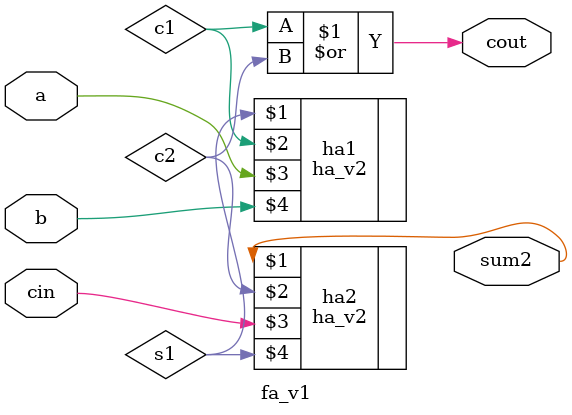
<source format=v>
module fa_v1(output wire sum2, cout, input wire a, b, cin);

  wire s1, c1, c2;

  ha_v2 ha1(s1, c1, a, b);
  ha_v2 ha2(sum2, c2, cin, s1);
  or or1 (cout, c1, c2);

endmodule 

</source>
